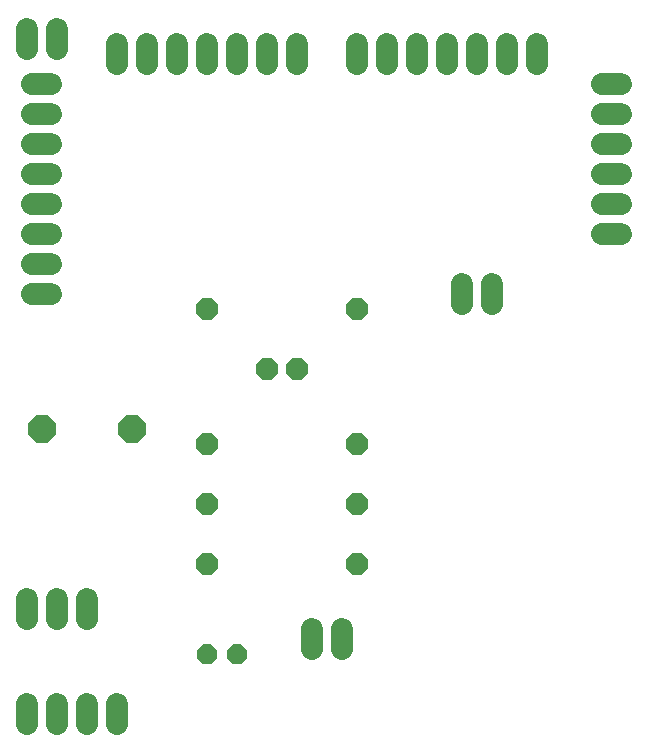
<source format=gts>
G75*
%MOIN*%
%OFA0B0*%
%FSLAX25Y25*%
%IPPOS*%
%LPD*%
%AMOC8*
5,1,8,0,0,1.08239X$1,22.5*
%
%ADD10C,0.07400*%
%ADD11OC8,0.06600*%
%ADD12OC8,0.07400*%
%ADD13OC8,0.09300*%
D10*
X0016016Y0012716D02*
X0016016Y0019316D01*
X0026016Y0019316D02*
X0026016Y0012716D01*
X0036016Y0012716D02*
X0036016Y0019316D01*
X0046016Y0019316D02*
X0046016Y0012716D01*
X0036016Y0047716D02*
X0036016Y0054316D01*
X0026016Y0054316D02*
X0026016Y0047716D01*
X0016016Y0047716D02*
X0016016Y0054316D01*
X0017716Y0156016D02*
X0024316Y0156016D01*
X0024316Y0166016D02*
X0017716Y0166016D01*
X0017716Y0176016D02*
X0024316Y0176016D01*
X0024316Y0186016D02*
X0017716Y0186016D01*
X0017716Y0196016D02*
X0024316Y0196016D01*
X0024316Y0206016D02*
X0017716Y0206016D01*
X0017716Y0216016D02*
X0024316Y0216016D01*
X0024316Y0226016D02*
X0017716Y0226016D01*
X0016016Y0237716D02*
X0016016Y0244316D01*
X0026016Y0244316D02*
X0026016Y0237716D01*
X0046016Y0239316D02*
X0046016Y0232716D01*
X0056016Y0232716D02*
X0056016Y0239316D01*
X0066016Y0239316D02*
X0066016Y0232716D01*
X0076016Y0232716D02*
X0076016Y0239316D01*
X0086016Y0239316D02*
X0086016Y0232716D01*
X0096016Y0232716D02*
X0096016Y0239316D01*
X0106016Y0239316D02*
X0106016Y0232716D01*
X0126016Y0232716D02*
X0126016Y0239316D01*
X0136016Y0239316D02*
X0136016Y0232716D01*
X0146016Y0232716D02*
X0146016Y0239316D01*
X0156016Y0239316D02*
X0156016Y0232716D01*
X0166016Y0232716D02*
X0166016Y0239316D01*
X0176016Y0239316D02*
X0176016Y0232716D01*
X0186016Y0232716D02*
X0186016Y0239316D01*
X0207716Y0226016D02*
X0214316Y0226016D01*
X0214316Y0216016D02*
X0207716Y0216016D01*
X0207716Y0206016D02*
X0214316Y0206016D01*
X0214316Y0196016D02*
X0207716Y0196016D01*
X0207716Y0186016D02*
X0214316Y0186016D01*
X0214316Y0176016D02*
X0207716Y0176016D01*
X0171016Y0159316D02*
X0171016Y0152716D01*
X0161016Y0152716D02*
X0161016Y0159316D01*
X0121016Y0044316D02*
X0121016Y0037716D01*
X0111016Y0037716D02*
X0111016Y0044316D01*
D11*
X0086016Y0036016D03*
X0076016Y0036016D03*
D12*
X0076016Y0066016D03*
X0076016Y0086016D03*
X0076016Y0106016D03*
X0096016Y0131016D03*
X0106016Y0131016D03*
X0126016Y0151016D03*
X0126016Y0106016D03*
X0126016Y0086016D03*
X0126016Y0066016D03*
X0076016Y0151016D03*
D13*
X0051016Y0111016D03*
X0021016Y0111016D03*
M02*

</source>
